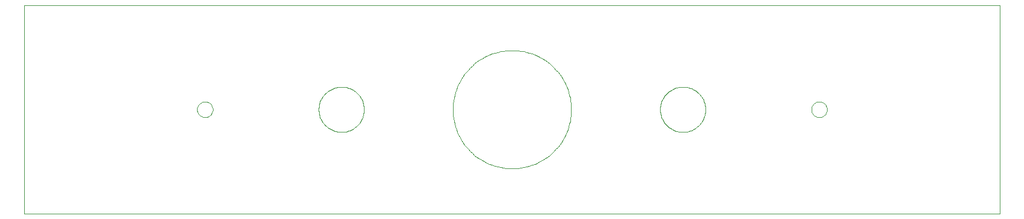
<source format=gko>
G75*
G70*
%OFA0B0*%
%FSLAX24Y24*%
%IPPOS*%
%LPD*%
%AMOC8*
5,1,8,0,0,1.08239X$1,22.5*
%
%ADD10C,0.0000*%
D10*
X000377Y000280D02*
X055495Y000280D01*
X055495Y012091D01*
X000377Y012091D01*
X000377Y000280D01*
X010135Y006186D02*
X010137Y006227D01*
X010143Y006269D01*
X010152Y006309D01*
X010166Y006348D01*
X010183Y006386D01*
X010203Y006422D01*
X010227Y006456D01*
X010254Y006488D01*
X010284Y006517D01*
X010316Y006543D01*
X010351Y006566D01*
X010387Y006586D01*
X010425Y006602D01*
X010465Y006614D01*
X010506Y006623D01*
X010547Y006628D01*
X010588Y006629D01*
X010630Y006626D01*
X010671Y006619D01*
X010711Y006609D01*
X010750Y006594D01*
X010787Y006576D01*
X010823Y006555D01*
X010857Y006530D01*
X010888Y006503D01*
X010916Y006473D01*
X010941Y006440D01*
X010963Y006404D01*
X010982Y006367D01*
X010997Y006329D01*
X011009Y006289D01*
X011017Y006248D01*
X011021Y006207D01*
X011021Y006165D01*
X011017Y006124D01*
X011009Y006083D01*
X010997Y006043D01*
X010982Y006005D01*
X010963Y005968D01*
X010941Y005932D01*
X010916Y005899D01*
X010888Y005869D01*
X010857Y005842D01*
X010823Y005817D01*
X010787Y005796D01*
X010750Y005778D01*
X010711Y005763D01*
X010671Y005753D01*
X010630Y005746D01*
X010588Y005743D01*
X010547Y005744D01*
X010506Y005749D01*
X010465Y005758D01*
X010425Y005770D01*
X010387Y005786D01*
X010351Y005806D01*
X010316Y005829D01*
X010284Y005855D01*
X010254Y005884D01*
X010227Y005916D01*
X010203Y005950D01*
X010183Y005986D01*
X010166Y006024D01*
X010152Y006063D01*
X010143Y006103D01*
X010137Y006145D01*
X010135Y006186D01*
X017010Y006186D02*
X017012Y006257D01*
X017018Y006328D01*
X017028Y006399D01*
X017042Y006468D01*
X017059Y006537D01*
X017081Y006605D01*
X017106Y006672D01*
X017135Y006737D01*
X017167Y006800D01*
X017203Y006862D01*
X017242Y006921D01*
X017285Y006978D01*
X017330Y007033D01*
X017379Y007085D01*
X017430Y007134D01*
X017484Y007180D01*
X017541Y007224D01*
X017599Y007264D01*
X017660Y007300D01*
X017723Y007334D01*
X017788Y007363D01*
X017854Y007389D01*
X017922Y007412D01*
X017990Y007430D01*
X018060Y007445D01*
X018130Y007456D01*
X018201Y007463D01*
X018272Y007466D01*
X018343Y007465D01*
X018414Y007460D01*
X018485Y007451D01*
X018555Y007438D01*
X018624Y007422D01*
X018692Y007401D01*
X018759Y007377D01*
X018825Y007349D01*
X018888Y007317D01*
X018950Y007282D01*
X019010Y007244D01*
X019068Y007202D01*
X019123Y007158D01*
X019176Y007110D01*
X019226Y007059D01*
X019273Y007006D01*
X019317Y006950D01*
X019358Y006892D01*
X019396Y006831D01*
X019430Y006769D01*
X019460Y006704D01*
X019487Y006639D01*
X019511Y006571D01*
X019530Y006503D01*
X019546Y006434D01*
X019558Y006363D01*
X019566Y006293D01*
X019570Y006222D01*
X019570Y006150D01*
X019566Y006079D01*
X019558Y006009D01*
X019546Y005938D01*
X019530Y005869D01*
X019511Y005801D01*
X019487Y005733D01*
X019460Y005668D01*
X019430Y005603D01*
X019396Y005541D01*
X019358Y005480D01*
X019317Y005422D01*
X019273Y005366D01*
X019226Y005313D01*
X019176Y005262D01*
X019123Y005214D01*
X019068Y005170D01*
X019010Y005128D01*
X018950Y005090D01*
X018888Y005055D01*
X018825Y005023D01*
X018759Y004995D01*
X018692Y004971D01*
X018624Y004950D01*
X018555Y004934D01*
X018485Y004921D01*
X018414Y004912D01*
X018343Y004907D01*
X018272Y004906D01*
X018201Y004909D01*
X018130Y004916D01*
X018060Y004927D01*
X017990Y004942D01*
X017922Y004960D01*
X017854Y004983D01*
X017788Y005009D01*
X017723Y005038D01*
X017660Y005072D01*
X017599Y005108D01*
X017541Y005148D01*
X017484Y005192D01*
X017430Y005238D01*
X017379Y005287D01*
X017330Y005339D01*
X017285Y005394D01*
X017242Y005451D01*
X017203Y005510D01*
X017167Y005572D01*
X017135Y005635D01*
X017106Y005700D01*
X017081Y005767D01*
X017059Y005835D01*
X017042Y005904D01*
X017028Y005973D01*
X017018Y006044D01*
X017012Y006115D01*
X017010Y006186D01*
X024590Y006186D02*
X024594Y006350D01*
X024606Y006514D01*
X024626Y006677D01*
X024654Y006839D01*
X024690Y006999D01*
X024734Y007157D01*
X024786Y007313D01*
X024845Y007466D01*
X024911Y007617D01*
X024985Y007763D01*
X025066Y007906D01*
X025154Y008045D01*
X025248Y008179D01*
X025350Y008309D01*
X025457Y008433D01*
X025570Y008552D01*
X025689Y008665D01*
X025813Y008772D01*
X025943Y008874D01*
X026077Y008968D01*
X026216Y009056D01*
X026359Y009137D01*
X026505Y009211D01*
X026656Y009277D01*
X026809Y009336D01*
X026965Y009388D01*
X027123Y009432D01*
X027283Y009468D01*
X027445Y009496D01*
X027608Y009516D01*
X027772Y009528D01*
X027936Y009532D01*
X028100Y009528D01*
X028264Y009516D01*
X028427Y009496D01*
X028589Y009468D01*
X028749Y009432D01*
X028907Y009388D01*
X029063Y009336D01*
X029216Y009277D01*
X029367Y009211D01*
X029513Y009137D01*
X029656Y009056D01*
X029795Y008968D01*
X029929Y008874D01*
X030059Y008772D01*
X030183Y008665D01*
X030302Y008552D01*
X030415Y008433D01*
X030522Y008309D01*
X030624Y008179D01*
X030718Y008045D01*
X030806Y007906D01*
X030887Y007763D01*
X030961Y007617D01*
X031027Y007466D01*
X031086Y007313D01*
X031138Y007157D01*
X031182Y006999D01*
X031218Y006839D01*
X031246Y006677D01*
X031266Y006514D01*
X031278Y006350D01*
X031282Y006186D01*
X031278Y006022D01*
X031266Y005858D01*
X031246Y005695D01*
X031218Y005533D01*
X031182Y005373D01*
X031138Y005215D01*
X031086Y005059D01*
X031027Y004906D01*
X030961Y004755D01*
X030887Y004609D01*
X030806Y004466D01*
X030718Y004327D01*
X030624Y004193D01*
X030522Y004063D01*
X030415Y003939D01*
X030302Y003820D01*
X030183Y003707D01*
X030059Y003600D01*
X029929Y003498D01*
X029795Y003404D01*
X029656Y003316D01*
X029513Y003235D01*
X029367Y003161D01*
X029216Y003095D01*
X029063Y003036D01*
X028907Y002984D01*
X028749Y002940D01*
X028589Y002904D01*
X028427Y002876D01*
X028264Y002856D01*
X028100Y002844D01*
X027936Y002840D01*
X027772Y002844D01*
X027608Y002856D01*
X027445Y002876D01*
X027283Y002904D01*
X027123Y002940D01*
X026965Y002984D01*
X026809Y003036D01*
X026656Y003095D01*
X026505Y003161D01*
X026359Y003235D01*
X026216Y003316D01*
X026077Y003404D01*
X025943Y003498D01*
X025813Y003600D01*
X025689Y003707D01*
X025570Y003820D01*
X025457Y003939D01*
X025350Y004063D01*
X025248Y004193D01*
X025154Y004327D01*
X025066Y004466D01*
X024985Y004609D01*
X024911Y004755D01*
X024845Y004906D01*
X024786Y005059D01*
X024734Y005215D01*
X024690Y005373D01*
X024654Y005533D01*
X024626Y005695D01*
X024606Y005858D01*
X024594Y006022D01*
X024590Y006186D01*
X036302Y006186D02*
X036304Y006257D01*
X036310Y006328D01*
X036320Y006399D01*
X036334Y006468D01*
X036351Y006537D01*
X036373Y006605D01*
X036398Y006672D01*
X036427Y006737D01*
X036459Y006800D01*
X036495Y006862D01*
X036534Y006921D01*
X036577Y006978D01*
X036622Y007033D01*
X036671Y007085D01*
X036722Y007134D01*
X036776Y007180D01*
X036833Y007224D01*
X036891Y007264D01*
X036952Y007300D01*
X037015Y007334D01*
X037080Y007363D01*
X037146Y007389D01*
X037214Y007412D01*
X037282Y007430D01*
X037352Y007445D01*
X037422Y007456D01*
X037493Y007463D01*
X037564Y007466D01*
X037635Y007465D01*
X037706Y007460D01*
X037777Y007451D01*
X037847Y007438D01*
X037916Y007422D01*
X037984Y007401D01*
X038051Y007377D01*
X038117Y007349D01*
X038180Y007317D01*
X038242Y007282D01*
X038302Y007244D01*
X038360Y007202D01*
X038415Y007158D01*
X038468Y007110D01*
X038518Y007059D01*
X038565Y007006D01*
X038609Y006950D01*
X038650Y006892D01*
X038688Y006831D01*
X038722Y006769D01*
X038752Y006704D01*
X038779Y006639D01*
X038803Y006571D01*
X038822Y006503D01*
X038838Y006434D01*
X038850Y006363D01*
X038858Y006293D01*
X038862Y006222D01*
X038862Y006150D01*
X038858Y006079D01*
X038850Y006009D01*
X038838Y005938D01*
X038822Y005869D01*
X038803Y005801D01*
X038779Y005733D01*
X038752Y005668D01*
X038722Y005603D01*
X038688Y005541D01*
X038650Y005480D01*
X038609Y005422D01*
X038565Y005366D01*
X038518Y005313D01*
X038468Y005262D01*
X038415Y005214D01*
X038360Y005170D01*
X038302Y005128D01*
X038242Y005090D01*
X038180Y005055D01*
X038117Y005023D01*
X038051Y004995D01*
X037984Y004971D01*
X037916Y004950D01*
X037847Y004934D01*
X037777Y004921D01*
X037706Y004912D01*
X037635Y004907D01*
X037564Y004906D01*
X037493Y004909D01*
X037422Y004916D01*
X037352Y004927D01*
X037282Y004942D01*
X037214Y004960D01*
X037146Y004983D01*
X037080Y005009D01*
X037015Y005038D01*
X036952Y005072D01*
X036891Y005108D01*
X036833Y005148D01*
X036776Y005192D01*
X036722Y005238D01*
X036671Y005287D01*
X036622Y005339D01*
X036577Y005394D01*
X036534Y005451D01*
X036495Y005510D01*
X036459Y005572D01*
X036427Y005635D01*
X036398Y005700D01*
X036373Y005767D01*
X036351Y005835D01*
X036334Y005904D01*
X036320Y005973D01*
X036310Y006044D01*
X036304Y006115D01*
X036302Y006186D01*
X044851Y006186D02*
X044853Y006227D01*
X044859Y006269D01*
X044868Y006309D01*
X044882Y006348D01*
X044899Y006386D01*
X044919Y006422D01*
X044943Y006456D01*
X044970Y006488D01*
X045000Y006517D01*
X045032Y006543D01*
X045067Y006566D01*
X045103Y006586D01*
X045141Y006602D01*
X045181Y006614D01*
X045222Y006623D01*
X045263Y006628D01*
X045304Y006629D01*
X045346Y006626D01*
X045387Y006619D01*
X045427Y006609D01*
X045466Y006594D01*
X045503Y006576D01*
X045539Y006555D01*
X045573Y006530D01*
X045604Y006503D01*
X045632Y006473D01*
X045657Y006440D01*
X045679Y006404D01*
X045698Y006367D01*
X045713Y006329D01*
X045725Y006289D01*
X045733Y006248D01*
X045737Y006207D01*
X045737Y006165D01*
X045733Y006124D01*
X045725Y006083D01*
X045713Y006043D01*
X045698Y006005D01*
X045679Y005968D01*
X045657Y005932D01*
X045632Y005899D01*
X045604Y005869D01*
X045573Y005842D01*
X045539Y005817D01*
X045503Y005796D01*
X045466Y005778D01*
X045427Y005763D01*
X045387Y005753D01*
X045346Y005746D01*
X045304Y005743D01*
X045263Y005744D01*
X045222Y005749D01*
X045181Y005758D01*
X045141Y005770D01*
X045103Y005786D01*
X045067Y005806D01*
X045032Y005829D01*
X045000Y005855D01*
X044970Y005884D01*
X044943Y005916D01*
X044919Y005950D01*
X044899Y005986D01*
X044882Y006024D01*
X044868Y006063D01*
X044859Y006103D01*
X044853Y006145D01*
X044851Y006186D01*
M02*

</source>
